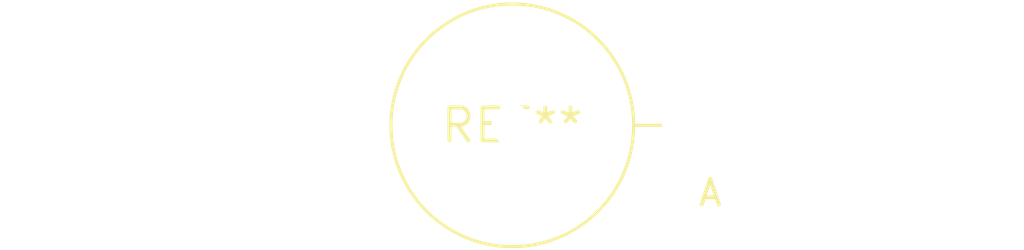
<source format=kicad_pcb>
(kicad_pcb (version 20240108) (generator pcbnew)
  (layers (0 "F.Cu" signal) (31 "B.Cu" signal) (34 "B.Paste" user) (35 "F.Paste" user) (36 "B.SilkS" user "B.Silkscreen") (37 "F.SilkS" user "F.Silkscreen") (38 "B.Mask" user) (39 "F.Mask" user) (44 "Edge.Cuts" user))
  (net 0 "")
  (footprint "D_P600_R-6_P7.62mm_Vertical_AnodeUp" (layer "F.Cu") (at 0 0)
    (property "Reference" "REF**")
    (property "Value" "D_P600_R-6_P7.62mm_Vertical_AnodeUp")
    (fp_line (start 4.67 0) (end 5.72 0) (layer "F.SilkS") (stroke (width 0.12)))
    (fp_circle (center 0 0) (end 4.67 0) (layer "F.SilkS") (stroke (width 0.12)) (fill none))
    (fp_text user "A" (at 7.62 2.6 0) (layer "F.SilkS"))
    (pad "1" thru_hole rect (at 0 0) (size 3.2 3.2) (drill 1.6) (layers *.Cu *.Mask) (remove_unused_layers))
    (pad "2" thru_hole oval (at 7.62 0) (size 3.2 3.2) (drill 1.6) (layers *.Cu *.Mask) (remove_unused_layers))
  )
)
</source>
